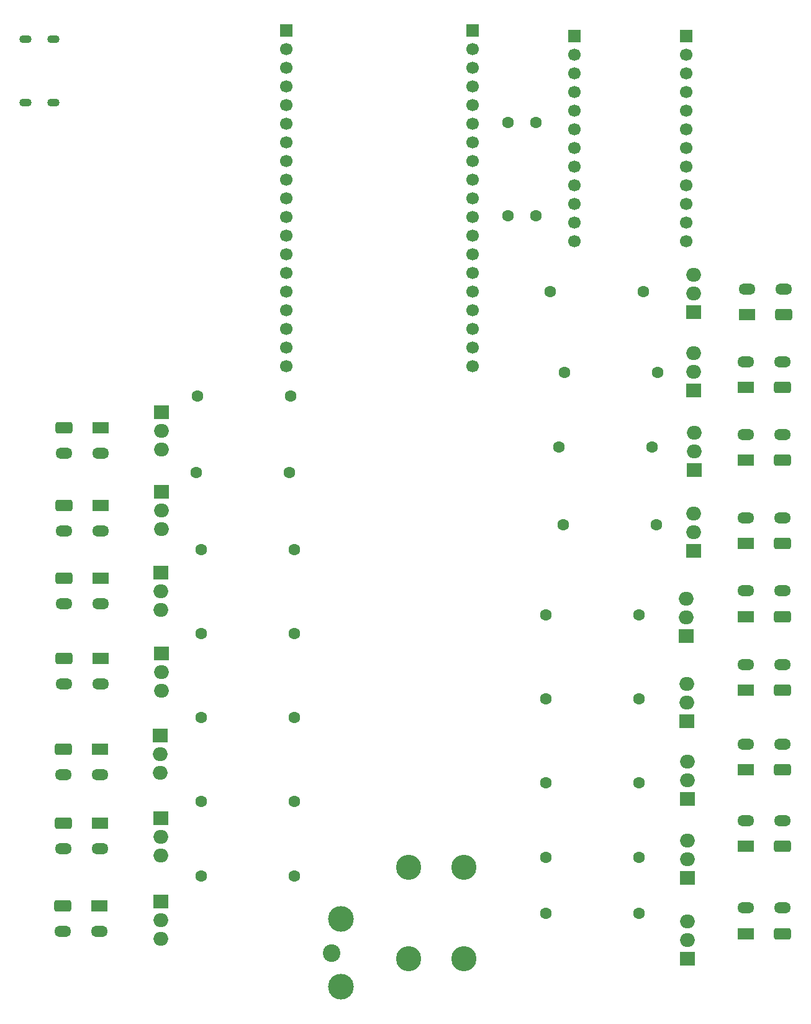
<source format=gbr>
%TF.GenerationSoftware,KiCad,Pcbnew,9.0.2*%
%TF.CreationDate,2025-06-09T13:52:28+08:00*%
%TF.ProjectId,WLED32Hub,574c4544-3332-4487-9562-2e6b69636164,rev?*%
%TF.SameCoordinates,Original*%
%TF.FileFunction,Soldermask,Bot*%
%TF.FilePolarity,Negative*%
%FSLAX46Y46*%
G04 Gerber Fmt 4.6, Leading zero omitted, Abs format (unit mm)*
G04 Created by KiCad (PCBNEW 9.0.2) date 2025-06-09 13:52:28*
%MOMM*%
%LPD*%
G01*
G04 APERTURE LIST*
G04 Aperture macros list*
%AMRoundRect*
0 Rectangle with rounded corners*
0 $1 Rounding radius*
0 $2 $3 $4 $5 $6 $7 $8 $9 X,Y pos of 4 corners*
0 Add a 4 corners polygon primitive as box body*
4,1,4,$2,$3,$4,$5,$6,$7,$8,$9,$2,$3,0*
0 Add four circle primitives for the rounded corners*
1,1,$1+$1,$2,$3*
1,1,$1+$1,$4,$5*
1,1,$1+$1,$6,$7*
1,1,$1+$1,$8,$9*
0 Add four rect primitives between the rounded corners*
20,1,$1+$1,$2,$3,$4,$5,0*
20,1,$1+$1,$4,$5,$6,$7,0*
20,1,$1+$1,$6,$7,$8,$9,0*
20,1,$1+$1,$8,$9,$2,$3,0*%
G04 Aperture macros list end*
%ADD10R,1.700000X1.700000*%
%ADD11C,1.700000*%
%ADD12R,2.000000X1.905000*%
%ADD13O,2.000000X1.905000*%
%ADD14R,2.300000X1.500000*%
%ADD15RoundRect,0.250001X0.899999X-0.499999X0.899999X0.499999X-0.899999X0.499999X-0.899999X-0.499999X0*%
%ADD16O,2.300000X1.500000*%
%ADD17RoundRect,0.250001X-0.899999X0.499999X-0.899999X-0.499999X0.899999X-0.499999X0.899999X0.499999X0*%
%ADD18C,1.600000*%
%ADD19O,1.700000X1.100000*%
%ADD20C,2.400000*%
%ADD21C,3.500000*%
%ADD22C,3.420000*%
G04 APERTURE END LIST*
D10*
%TO.C,U1*%
X122100000Y-38480000D03*
D11*
X122100000Y-41020000D03*
X122100000Y-43560000D03*
X122100000Y-46100000D03*
X122100000Y-48640000D03*
X122100000Y-51180000D03*
X122100000Y-53720000D03*
X122100000Y-56260000D03*
X122100000Y-58800000D03*
X122100000Y-61340000D03*
X122100000Y-63880000D03*
X122100000Y-66420000D03*
X122100000Y-68960000D03*
X122100000Y-71500000D03*
X122100000Y-74040000D03*
X122100000Y-76580000D03*
X122100000Y-79120000D03*
X122100000Y-81660000D03*
X122100000Y-84200000D03*
X147500000Y-84200000D03*
X147500000Y-81660000D03*
X147500000Y-79120000D03*
X147500000Y-76580000D03*
X147500000Y-74040000D03*
X147500000Y-71500000D03*
X147500000Y-68960000D03*
X147500000Y-66420000D03*
X147500000Y-63880000D03*
X147500000Y-61340000D03*
X147500000Y-58800000D03*
X147500000Y-56260000D03*
X147500000Y-53720000D03*
X147500000Y-51180000D03*
X147500000Y-48640000D03*
X147500000Y-46100000D03*
X147500000Y-43560000D03*
X147500000Y-41020000D03*
D10*
X147500000Y-38480000D03*
%TD*%
D12*
%TO.C,Q6*%
X177673000Y-87503000D03*
D13*
X177673000Y-84963000D03*
X177673000Y-82423000D03*
%TD*%
D14*
%TO.C,J3*%
X184912000Y-77216000D03*
D15*
X189912000Y-77216000D03*
D16*
X184912000Y-73716000D03*
X189912000Y-73716000D03*
%TD*%
D12*
%TO.C,Q9*%
X176784000Y-143129000D03*
D13*
X176784000Y-140589000D03*
X176784000Y-138049000D03*
%TD*%
D14*
%TO.C,J18*%
X96704500Y-146399000D03*
D17*
X91704500Y-146399000D03*
D16*
X96704500Y-149899000D03*
X91704500Y-149899000D03*
%TD*%
D18*
%TO.C,R5*%
X159893000Y-105791000D03*
X172593000Y-105791000D03*
%TD*%
D10*
%TO.C,U2*%
X161417000Y-39243000D03*
D11*
X161417000Y-41783000D03*
X161417000Y-44323000D03*
X161417000Y-46863000D03*
X161417000Y-49403000D03*
X161417000Y-51943000D03*
X161417000Y-54483000D03*
X161417000Y-57023000D03*
X161417000Y-59563000D03*
X161417000Y-62103000D03*
X161417000Y-64643000D03*
X161417000Y-67183000D03*
X176657000Y-67183000D03*
X176657000Y-64643000D03*
X176657000Y-62103000D03*
X176657000Y-59563000D03*
X176657000Y-57023000D03*
X176657000Y-54483000D03*
X176657000Y-51943000D03*
X176657000Y-49403000D03*
X176657000Y-46863000D03*
X176657000Y-44323000D03*
X176657000Y-41783000D03*
D10*
X176657000Y-39243000D03*
%TD*%
D18*
%TO.C,R14*%
X123190000Y-132080000D03*
X110490000Y-132080000D03*
%TD*%
D14*
%TO.C,J15*%
X96774000Y-124008000D03*
D17*
X91774000Y-124008000D03*
D16*
X96774000Y-127508000D03*
X91774000Y-127508000D03*
%TD*%
D12*
%TO.C,Q13*%
X105076000Y-123308000D03*
D13*
X105076000Y-125848000D03*
X105076000Y-128388000D03*
%TD*%
D12*
%TO.C,Q5*%
X105109000Y-101308000D03*
D13*
X105109000Y-103848000D03*
X105109000Y-106388000D03*
%TD*%
D12*
%TO.C,Q3*%
X177673000Y-109376000D03*
D13*
X177673000Y-106836000D03*
X177673000Y-104296000D03*
%TD*%
D14*
%TO.C,J6*%
X96774000Y-92583000D03*
D17*
X91774000Y-92583000D03*
D16*
X96774000Y-96083000D03*
X91774000Y-96083000D03*
%TD*%
D14*
%TO.C,J9*%
X184738000Y-118308000D03*
D15*
X189738000Y-118308000D03*
D16*
X184738000Y-114808000D03*
X189738000Y-114808000D03*
%TD*%
D18*
%TO.C,R6*%
X122682000Y-88265000D03*
X109982000Y-88265000D03*
%TD*%
D14*
%TO.C,J17*%
X96647000Y-157663000D03*
D17*
X91647000Y-157663000D03*
D16*
X96647000Y-161163000D03*
X91647000Y-161163000D03*
%TD*%
D14*
%TO.C,J16*%
X96821000Y-113086000D03*
D17*
X91821000Y-113086000D03*
D16*
X96821000Y-116586000D03*
X91821000Y-116586000D03*
%TD*%
D18*
%TO.C,R10*%
X157480000Y-129540000D03*
X170180000Y-129540000D03*
%TD*%
%TO.C,R11*%
X157480000Y-140970000D03*
X170180000Y-140970000D03*
%TD*%
D19*
%TO.C,J1*%
X90376000Y-39666000D03*
X86576000Y-39666000D03*
X90376000Y-48306000D03*
X86576000Y-48306000D03*
%TD*%
D12*
%TO.C,Q1*%
X177673000Y-76835000D03*
D13*
X177673000Y-74295000D03*
X177673000Y-71755000D03*
%TD*%
D14*
%TO.C,J11*%
X184785000Y-139192000D03*
D15*
X189785000Y-139192000D03*
D16*
X184785000Y-135692000D03*
X189785000Y-135692000D03*
%TD*%
D18*
%TO.C,R8*%
X160020000Y-85090000D03*
X172720000Y-85090000D03*
%TD*%
D12*
%TO.C,Q15*%
X105029000Y-157099000D03*
D13*
X105029000Y-159639000D03*
X105029000Y-162179000D03*
%TD*%
D20*
%TO.C,F1*%
X128340000Y-164112000D03*
D21*
X129540000Y-159512000D03*
X129540000Y-168712000D03*
%TD*%
D14*
%TO.C,J5*%
X184738000Y-108331000D03*
D15*
X189738000Y-108331000D03*
D16*
X184738000Y-104831000D03*
X189738000Y-104831000D03*
%TD*%
D12*
%TO.C,Q14*%
X105018500Y-112300000D03*
D13*
X105018500Y-114840000D03*
X105018500Y-117380000D03*
%TD*%
D18*
%TO.C,R7*%
X122555000Y-98679000D03*
X109855000Y-98679000D03*
%TD*%
%TO.C,R15*%
X123190000Y-143510000D03*
X110490000Y-143510000D03*
%TD*%
D12*
%TO.C,Q16*%
X105029000Y-145796000D03*
D13*
X105029000Y-148336000D03*
X105029000Y-150876000D03*
%TD*%
D14*
%TO.C,J7*%
X96774000Y-103133000D03*
D17*
X91774000Y-103133000D03*
D16*
X96774000Y-106633000D03*
X91774000Y-106633000D03*
%TD*%
D12*
%TO.C,Q10*%
X176784000Y-153924000D03*
D13*
X176784000Y-151384000D03*
X176784000Y-148844000D03*
%TD*%
D14*
%TO.C,J8*%
X184785000Y-87122000D03*
D15*
X189785000Y-87122000D03*
D16*
X184785000Y-83622000D03*
X189785000Y-83622000D03*
%TD*%
D18*
%TO.C,R12*%
X157480000Y-151130000D03*
X170180000Y-151130000D03*
%TD*%
D22*
%TO.C,J2*%
X146304000Y-152410000D03*
X146304000Y-164910000D03*
X138804000Y-152410000D03*
X138804000Y-164910000D03*
%TD*%
D12*
%TO.C,Q8*%
X176704000Y-132588000D03*
D13*
X176704000Y-130048000D03*
X176704000Y-127508000D03*
%TD*%
D14*
%TO.C,J12*%
X184738000Y-149606000D03*
D15*
X189738000Y-149606000D03*
D16*
X184738000Y-146106000D03*
X189738000Y-146106000D03*
%TD*%
D14*
%TO.C,J4*%
X184785000Y-97019000D03*
D15*
X189785000Y-97019000D03*
D16*
X184785000Y-93519000D03*
X189785000Y-93519000D03*
%TD*%
D12*
%TO.C,Q7*%
X176657000Y-120975000D03*
D13*
X176657000Y-118435000D03*
X176657000Y-115895000D03*
%TD*%
D12*
%TO.C,Q12*%
X104949000Y-134522000D03*
D13*
X104949000Y-137062000D03*
X104949000Y-139602000D03*
%TD*%
D18*
%TO.C,R9*%
X157480000Y-118110000D03*
X170180000Y-118110000D03*
%TD*%
D12*
%TO.C,Q11*%
X176784000Y-164935000D03*
D13*
X176784000Y-162395000D03*
X176784000Y-159855000D03*
%TD*%
D18*
%TO.C,R13*%
X157480000Y-158750000D03*
X170180000Y-158750000D03*
%TD*%
D14*
%TO.C,J14*%
X96694000Y-136327000D03*
D17*
X91694000Y-136327000D03*
D16*
X96694000Y-139827000D03*
X91694000Y-139827000D03*
%TD*%
D18*
%TO.C,R18*%
X123190000Y-153670000D03*
X110490000Y-153670000D03*
%TD*%
%TO.C,R1*%
X156193000Y-63754000D03*
X156193000Y-51054000D03*
%TD*%
D14*
%TO.C,J10*%
X184785000Y-128341000D03*
D15*
X189785000Y-128341000D03*
D16*
X184785000Y-124841000D03*
X189785000Y-124841000D03*
%TD*%
D18*
%TO.C,R2*%
X152383000Y-63754000D03*
X152383000Y-51054000D03*
%TD*%
%TO.C,R4*%
X159258000Y-95250000D03*
X171958000Y-95250000D03*
%TD*%
%TO.C,R3*%
X158115000Y-74041000D03*
X170815000Y-74041000D03*
%TD*%
D14*
%TO.C,J13*%
X184785000Y-161488000D03*
D15*
X189785000Y-161488000D03*
D16*
X184785000Y-157988000D03*
X189785000Y-157988000D03*
%TD*%
D18*
%TO.C,R16*%
X123190000Y-120650000D03*
X110490000Y-120650000D03*
%TD*%
D12*
%TO.C,Q4*%
X105109000Y-90513000D03*
D13*
X105109000Y-93053000D03*
X105109000Y-95593000D03*
%TD*%
D18*
%TO.C,R17*%
X123190000Y-109220000D03*
X110490000Y-109220000D03*
%TD*%
D12*
%TO.C,Q2*%
X177720000Y-98309000D03*
D13*
X177720000Y-95769000D03*
X177720000Y-93229000D03*
%TD*%
M02*

</source>
